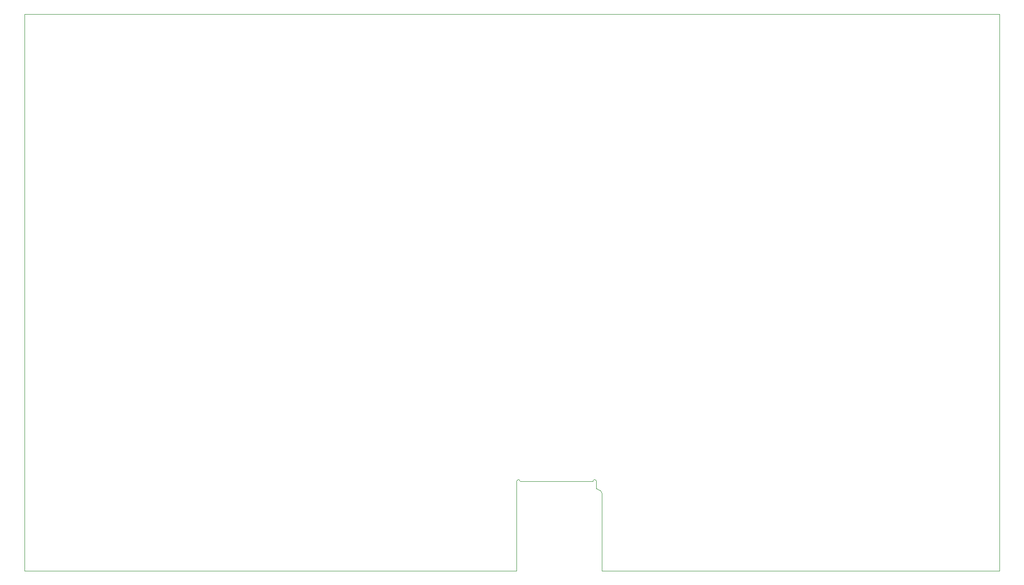
<source format=gbr>
%TF.GenerationSoftware,KiCad,Pcbnew,9.0.7*%
%TF.CreationDate,2026-02-05T18:36:46-04:00*%
%TF.ProjectId,TLS_Handheld_PCB,544c535f-4861-46e6-9468-656c645f5043,1*%
%TF.SameCoordinates,Original*%
%TF.FileFunction,Profile,NP*%
%FSLAX46Y46*%
G04 Gerber Fmt 4.6, Leading zero omitted, Abs format (unit mm)*
G04 Created by KiCad (PCBNEW 9.0.7) date 2026-02-05 18:36:46*
%MOMM*%
%LPD*%
G01*
G04 APERTURE LIST*
%TA.AperFunction,Profile*%
%ADD10C,0.050000*%
%TD*%
%TA.AperFunction,Profile*%
%ADD11C,0.010000*%
%TD*%
G04 APERTURE END LIST*
D10*
X173150000Y-142000000D02*
X173150000Y-140750000D01*
X244500000Y-42000000D02*
X244500000Y-142000000D01*
X157843615Y-142000000D02*
X157850000Y-140750000D01*
X69500000Y-42000000D02*
X69500000Y-142000000D01*
X69500000Y-142000000D02*
X157843615Y-142000000D01*
X244500000Y-142000000D02*
X173150000Y-142000000D01*
X244500000Y-42000000D02*
X69500000Y-42000000D01*
D11*
%TO.C,SD_Reader*%
X157850000Y-125900000D02*
X157850000Y-140750000D01*
X171550000Y-125900000D02*
X158450000Y-125900000D01*
X172150000Y-127200000D02*
X172150000Y-125900000D01*
X172889660Y-127603970D02*
X172150000Y-127200000D01*
X173150000Y-140750000D02*
X173150000Y-128042790D01*
X157850000Y-125900000D02*
G75*
G02*
X158450000Y-125900000I300000J0D01*
G01*
X171550000Y-125900000D02*
G75*
G02*
X172150000Y-125900000I300000J0D01*
G01*
X172889660Y-127603970D02*
G75*
G02*
X173150009Y-128042790I-239660J-438830D01*
G01*
%TD*%
M02*

</source>
